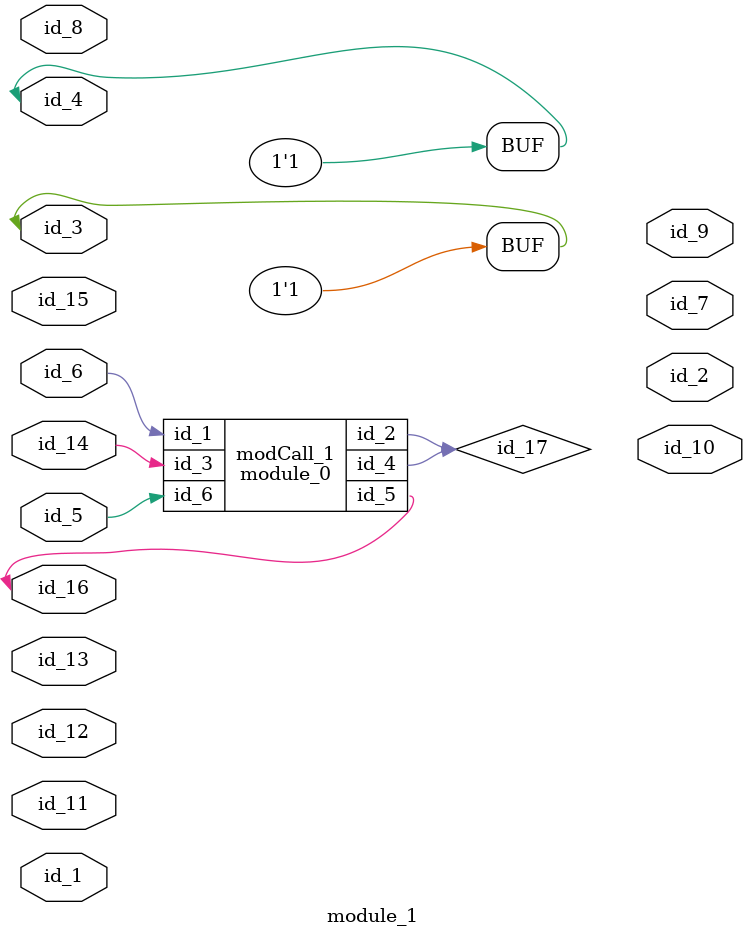
<source format=v>
module module_0 (
    id_1,
    id_2,
    id_3,
    id_4,
    id_5,
    id_6
);
  input wire id_6;
  inout wire id_5;
  output wire id_4;
  input wire id_3;
  inout wire id_2;
  input wire id_1;
  final $display(1);
  wire id_7;
  assign id_7 = 1'b0 * 1 - 1'd0;
endmodule
module module_1 (
    id_1,
    id_2,
    id_3,
    id_4,
    id_5,
    id_6,
    id_7,
    id_8,
    id_9,
    id_10,
    id_11,
    id_12,
    id_13,
    id_14,
    id_15,
    id_16
);
  inout wire id_16;
  input wire id_15;
  input wire id_14;
  inout wire id_13;
  input wire id_12;
  inout wire id_11;
  output wire id_10;
  output wire id_9;
  input wire id_8;
  output wire id_7;
  inout wire id_6;
  input wire id_5;
  inout wire id_4;
  inout wire id_3;
  output wire id_2;
  inout wire id_1;
  always #1 id_4 <= 1;
  nor primCall (id_4, id_15, id_14, id_17, id_6, id_12, id_13, id_11, id_16, id_8, id_1, id_3);
  assign id_4 = id_3;
  wire id_17;
  module_0 modCall_1 (
      id_6,
      id_17,
      id_14,
      id_17,
      id_16,
      id_5
  );
  wire id_18;
endmodule

</source>
